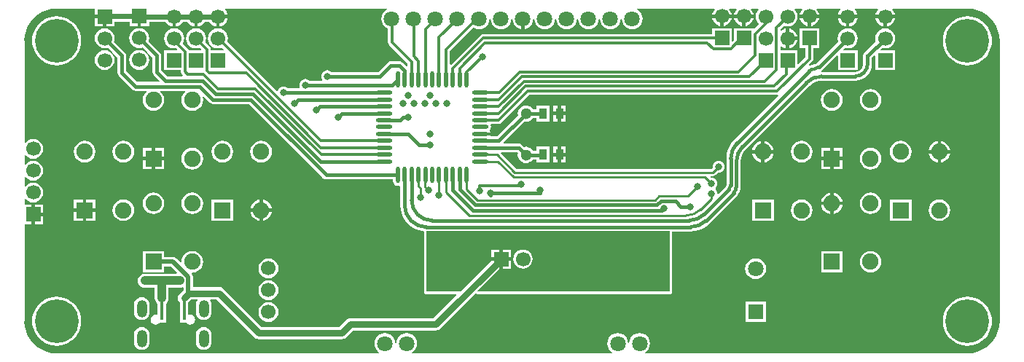
<source format=gtl>
G04*
G04 #@! TF.GenerationSoftware,Altium Limited,Altium Designer,21.9.1 (22)*
G04*
G04 Layer_Physical_Order=1*
G04 Layer_Color=255*
%FSLAX25Y25*%
%MOIN*%
G70*
G04*
G04 #@! TF.SameCoordinates,41BA0B49-DCAA-4547-B712-30F71D3BADEB*
G04*
G04*
G04 #@! TF.FilePolarity,Positive*
G04*
G01*
G75*
%ADD11C,0.01000*%
%ADD30C,0.00965*%
%ADD31C,0.01575*%
%ADD32O,0.07480X0.01772*%
%ADD33O,0.01772X0.07480*%
%ADD34R,0.03500X0.05000*%
%ADD35C,0.07480*%
%ADD36R,0.01500X0.08465*%
%ADD37C,0.01181*%
%ADD38C,0.02362*%
%ADD39C,0.01299*%
%ADD40C,0.03150*%
%ADD41C,0.01496*%
%ADD42C,0.03937*%
%ADD43C,0.01968*%
%ADD44C,0.07087*%
%ADD45R,0.07087X0.07087*%
%ADD46C,0.20000*%
%ADD47C,0.06693*%
%ADD48R,0.06693X0.06693*%
%ADD49C,0.05118*%
%ADD50R,0.07480X0.07480*%
%ADD51O,0.04724X0.07874*%
%ADD52C,0.03150*%
%ADD53C,0.02362*%
G36*
X302771Y148100D02*
X302045Y147154D01*
X301589Y146053D01*
X301433Y144871D01*
X301589Y143689D01*
X302045Y142588D01*
X302771Y141642D01*
X302799Y141207D01*
X300919Y139326D01*
X300528Y139488D01*
Y139488D01*
X300528Y139488D01*
X291473D01*
Y134045D01*
X290989Y133562D01*
X290528Y133754D01*
Y139488D01*
X281472D01*
Y136767D01*
X176705D01*
X176014Y136629D01*
X175428Y136238D01*
X162067Y122878D01*
X161606Y123069D01*
Y129030D01*
X172439Y139864D01*
X172608Y139734D01*
X173757Y139258D01*
X174991Y139095D01*
X176224Y139258D01*
X177373Y139734D01*
X178360Y140491D01*
X179117Y141478D01*
X179593Y142627D01*
X179741Y143745D01*
X180241D01*
X180388Y142627D01*
X180864Y141478D01*
X181621Y140491D01*
X182608Y139734D01*
X183757Y139258D01*
X184991Y139095D01*
X186224Y139258D01*
X187373Y139734D01*
X188360Y140491D01*
X189117Y141478D01*
X189593Y142627D01*
X189741Y143745D01*
X190241D01*
X190388Y142627D01*
X190864Y141478D01*
X191621Y140491D01*
X192608Y139734D01*
X193757Y139258D01*
X194203Y139199D01*
Y143861D01*
X195778D01*
Y139199D01*
X196224Y139258D01*
X197373Y139734D01*
X198360Y140491D01*
X199117Y141478D01*
X199593Y142627D01*
X199741Y143745D01*
X200241D01*
X200388Y142627D01*
X200864Y141478D01*
X201621Y140491D01*
X202608Y139734D01*
X203757Y139258D01*
X204991Y139095D01*
X206224Y139258D01*
X207373Y139734D01*
X208360Y140491D01*
X209117Y141478D01*
X209593Y142627D01*
X209741Y143745D01*
X210241D01*
X210388Y142627D01*
X210864Y141478D01*
X211621Y140491D01*
X212608Y139734D01*
X213757Y139258D01*
X214991Y139095D01*
X216224Y139258D01*
X217373Y139734D01*
X218360Y140491D01*
X219117Y141478D01*
X219593Y142627D01*
X219741Y143745D01*
X220241D01*
X220388Y142627D01*
X220864Y141478D01*
X221621Y140491D01*
X222608Y139734D01*
X223757Y139258D01*
X224991Y139095D01*
X226224Y139258D01*
X227373Y139734D01*
X228360Y140491D01*
X229117Y141478D01*
X229593Y142627D01*
X229741Y143745D01*
X230241D01*
X230388Y142627D01*
X230864Y141478D01*
X231621Y140491D01*
X232608Y139734D01*
X233757Y139258D01*
X234991Y139095D01*
X236224Y139258D01*
X237373Y139734D01*
X238360Y140491D01*
X239117Y141478D01*
X239593Y142627D01*
X239741Y143745D01*
X240241D01*
X240388Y142627D01*
X240864Y141478D01*
X241621Y140491D01*
X242608Y139734D01*
X243757Y139258D01*
X244991Y139095D01*
X246224Y139258D01*
X247373Y139734D01*
X248360Y140491D01*
X249117Y141478D01*
X249593Y142627D01*
X249756Y143861D01*
X249593Y145094D01*
X249117Y146243D01*
X248360Y147230D01*
X247373Y147987D01*
X247185Y148065D01*
X247283Y148556D01*
X282487D01*
X282708Y148107D01*
X282045Y147244D01*
X281589Y146143D01*
X281537Y145748D01*
X290463D01*
X290411Y146143D01*
X289955Y147244D01*
X289292Y148107D01*
X289513Y148556D01*
X292487D01*
X292708Y148107D01*
X292045Y147244D01*
X291589Y146143D01*
X291537Y145748D01*
X300463D01*
X300411Y146143D01*
X299955Y147244D01*
X299292Y148107D01*
X299514Y148556D01*
X302616D01*
X302771Y148100D01*
D02*
G37*
G36*
X400577Y148397D02*
X402829Y147856D01*
X404968Y146969D01*
X406943Y145759D01*
X408704Y144255D01*
X410208Y142494D01*
X411418Y140519D01*
X412305Y138380D01*
X412845Y136128D01*
X413021Y133900D01*
X413004Y133819D01*
Y5472D01*
X413021Y5391D01*
X412845Y3164D01*
X412305Y912D01*
X411418Y-1228D01*
X410208Y-3203D01*
X408704Y-4964D01*
X406943Y-6468D01*
X404968Y-7678D01*
X402829Y-8564D01*
X400577Y-9105D01*
X398348Y-9280D01*
X398268Y-9264D01*
X398268D01*
Y-9264D01*
X398267Y-9264D01*
X251007D01*
X250846Y-8791D01*
X251706Y-8131D01*
X252464Y-7144D01*
X252940Y-5995D01*
X253102Y-4761D01*
X252940Y-3528D01*
X252464Y-2379D01*
X251706Y-1392D01*
X250720Y-635D01*
X249570Y-158D01*
X248337Y4D01*
X247104Y-158D01*
X245954Y-635D01*
X244968Y-1392D01*
X244210Y-2379D01*
X243734Y-3528D01*
X243587Y-4646D01*
X243087D01*
X242940Y-3528D01*
X242464Y-2379D01*
X241706Y-1392D01*
X240720Y-635D01*
X239570Y-158D01*
X238337Y4D01*
X237104Y-158D01*
X235954Y-635D01*
X234967Y-1392D01*
X234210Y-2379D01*
X233734Y-3528D01*
X233572Y-4761D01*
X233734Y-5995D01*
X234210Y-7144D01*
X234967Y-8131D01*
X235828Y-8791D01*
X235667Y-9264D01*
X144472D01*
X144311Y-8791D01*
X145171Y-8131D01*
X145928Y-7144D01*
X146404Y-5995D01*
X146567Y-4761D01*
X146404Y-3528D01*
X145928Y-2379D01*
X145171Y-1392D01*
X144184Y-635D01*
X143035Y-158D01*
X141802Y4D01*
X140568Y-158D01*
X139419Y-635D01*
X138432Y-1392D01*
X137675Y-2379D01*
X137199Y-3528D01*
X137052Y-4646D01*
X136552D01*
X136404Y-3528D01*
X135928Y-2379D01*
X135171Y-1392D01*
X134184Y-635D01*
X133035Y-158D01*
X131802Y4D01*
X130568Y-158D01*
X129419Y-635D01*
X128432Y-1392D01*
X127675Y-2379D01*
X127199Y-3528D01*
X127036Y-4761D01*
X127199Y-5995D01*
X127675Y-7144D01*
X128432Y-8131D01*
X129292Y-8791D01*
X129132Y-9264D01*
X-18267D01*
X-18268Y-9264D01*
Y-9264D01*
X-18268D01*
X-18349Y-9280D01*
X-20577Y-9105D01*
X-22829Y-8564D01*
X-24968Y-7678D01*
X-26943Y-6468D01*
X-28704Y-4964D01*
X-30208Y-3203D01*
X-31418Y-1228D01*
X-32305Y912D01*
X-32845Y3164D01*
X-33021Y5391D01*
X-33004Y5472D01*
Y49803D01*
X-29787D01*
Y54331D01*
Y58858D01*
X-33004D01*
Y61334D01*
X-32531Y61495D01*
X-32229Y61102D01*
X-31283Y60376D01*
X-30182Y59920D01*
X-29000Y59764D01*
X-27818Y59920D01*
X-26717Y60376D01*
X-25771Y61102D01*
X-25045Y62047D01*
X-24589Y63149D01*
X-24433Y64331D01*
X-24589Y65513D01*
X-25045Y66614D01*
X-25771Y67560D01*
X-26717Y68286D01*
X-27818Y68742D01*
X-29000Y68897D01*
X-30182Y68742D01*
X-31283Y68286D01*
X-32229Y67560D01*
X-32531Y67166D01*
X-33004Y67327D01*
Y71334D01*
X-32531Y71495D01*
X-32229Y71102D01*
X-31283Y70376D01*
X-30182Y69920D01*
X-29000Y69764D01*
X-27818Y69920D01*
X-26717Y70376D01*
X-25771Y71102D01*
X-25045Y72047D01*
X-24589Y73149D01*
X-24433Y74331D01*
X-24589Y75513D01*
X-25045Y76614D01*
X-25771Y77560D01*
X-26717Y78285D01*
X-27818Y78742D01*
X-29000Y78897D01*
X-30182Y78742D01*
X-31283Y78285D01*
X-32229Y77560D01*
X-32531Y77166D01*
X-33004Y77327D01*
Y81334D01*
X-32531Y81495D01*
X-32229Y81102D01*
X-31283Y80376D01*
X-30182Y79920D01*
X-29000Y79764D01*
X-27818Y79920D01*
X-26717Y80376D01*
X-25771Y81102D01*
X-25045Y82047D01*
X-24589Y83149D01*
X-24433Y84331D01*
X-24589Y85513D01*
X-25045Y86614D01*
X-25771Y87560D01*
X-26717Y88285D01*
X-27818Y88742D01*
X-29000Y88897D01*
X-30182Y88742D01*
X-31283Y88285D01*
X-32229Y87560D01*
X-32531Y87166D01*
X-33004Y87327D01*
Y133819D01*
X-33021Y133900D01*
X-32845Y136128D01*
X-32305Y138380D01*
X-31418Y140519D01*
X-30208Y142494D01*
X-28704Y144255D01*
X-26943Y145759D01*
X-24968Y146969D01*
X-22829Y147856D01*
X-20577Y148397D01*
X-18349Y148572D01*
X-18268Y148556D01*
X-866D01*
Y145724D01*
X3662D01*
Y144936D01*
X4449D01*
Y140409D01*
X8189D01*
Y142592D01*
X15000D01*
Y140472D01*
X18740D01*
Y145000D01*
X20315D01*
Y140472D01*
X24055D01*
Y142462D01*
X31637D01*
X32267Y141642D01*
X33213Y140916D01*
X34314Y140460D01*
X34709Y140408D01*
Y144871D01*
X36284D01*
Y140408D01*
X36678Y140460D01*
X37780Y140916D01*
X38725Y141642D01*
X39355Y142462D01*
X41638D01*
X42267Y141642D01*
X43213Y140916D01*
X44314Y140460D01*
X44709Y140408D01*
Y144871D01*
X46284D01*
Y140408D01*
X46678Y140460D01*
X47780Y140916D01*
X48725Y141642D01*
X49355Y142462D01*
X51638D01*
X52267Y141642D01*
X53213Y140916D01*
X54314Y140460D01*
X54709Y140408D01*
Y144871D01*
X55496D01*
Y145658D01*
X59959D01*
X59907Y146053D01*
X59451Y147154D01*
X58725Y148100D01*
X58880Y148556D01*
X132699D01*
X132796Y148065D01*
X132608Y147987D01*
X131621Y147230D01*
X130864Y146243D01*
X130388Y145094D01*
X130225Y143861D01*
X130388Y142627D01*
X130864Y141478D01*
X131621Y140491D01*
X132608Y139734D01*
X133194Y139491D01*
Y133043D01*
X133331Y132351D01*
X133723Y131765D01*
X142245Y123243D01*
Y122290D01*
X141783Y122098D01*
X139951Y123930D01*
X139300Y124365D01*
X138532Y124518D01*
X134532D01*
X133764Y124365D01*
X133112Y123930D01*
X128700Y119518D01*
X107443D01*
X106922Y119918D01*
X106251Y120196D01*
X105532Y120291D01*
X104812Y120196D01*
X104142Y119918D01*
X103566Y119477D01*
X103124Y118901D01*
X102847Y118230D01*
X102752Y117511D01*
X102847Y116792D01*
X103124Y116121D01*
X103243Y115967D01*
X103022Y115518D01*
X97443D01*
X96921Y115918D01*
X96251Y116196D01*
X95532Y116291D01*
X94812Y116196D01*
X94142Y115918D01*
X93566Y115477D01*
X93124Y114901D01*
X92847Y114231D01*
X92752Y113511D01*
X92847Y112792D01*
X92988Y112450D01*
X92710Y112035D01*
X87422D01*
X86922Y112418D01*
X86251Y112696D01*
X85532Y112791D01*
X84812Y112696D01*
X84142Y112418D01*
X83566Y111977D01*
X83124Y111401D01*
X82884Y110820D01*
X82393Y110722D01*
X59766Y133349D01*
X59907Y133689D01*
X60063Y134871D01*
X59907Y136053D01*
X59451Y137154D01*
X58725Y138100D01*
X57780Y138826D01*
X56678Y139282D01*
X55496Y139437D01*
X54314Y139282D01*
X53213Y138826D01*
X52267Y138100D01*
X51541Y137154D01*
X51085Y136053D01*
X50930Y134871D01*
X51085Y133689D01*
X51541Y132588D01*
X52267Y131642D01*
X53213Y130916D01*
X54314Y130460D01*
X55496Y130304D01*
X56678Y130460D01*
X57292Y130714D01*
X58146Y129860D01*
X57954Y129398D01*
X52240D01*
Y129808D01*
X52102Y130499D01*
X51710Y131085D01*
X49673Y133123D01*
X49907Y133689D01*
X50063Y134871D01*
X49907Y136053D01*
X49451Y137154D01*
X48725Y138100D01*
X47780Y138826D01*
X46678Y139282D01*
X45496Y139437D01*
X44314Y139282D01*
X43213Y138826D01*
X42267Y138100D01*
X41541Y137154D01*
X41085Y136053D01*
X40930Y134871D01*
X41085Y133689D01*
X41541Y132588D01*
X42267Y131642D01*
X43213Y130916D01*
X44314Y130460D01*
X45496Y130304D01*
X46678Y130460D01*
X47066Y130621D01*
X47826Y129860D01*
X47635Y129398D01*
X42136D01*
X42102Y129567D01*
X41710Y130153D01*
X39375Y132489D01*
X39451Y132588D01*
X39907Y133689D01*
X40063Y134871D01*
X39907Y136053D01*
X39451Y137154D01*
X38725Y138100D01*
X37780Y138826D01*
X36678Y139282D01*
X35496Y139437D01*
X34314Y139282D01*
X33213Y138826D01*
X32267Y138100D01*
X31541Y137154D01*
X31085Y136053D01*
X30930Y134871D01*
X31085Y133689D01*
X31541Y132588D01*
X32267Y131642D01*
X33213Y130916D01*
X34314Y130460D01*
X35496Y130304D01*
X36340Y130415D01*
X36894Y129860D01*
X36703Y129398D01*
X30969D01*
Y120343D01*
X38627D01*
Y119609D01*
X38764Y118918D01*
X39156Y118332D01*
X39508Y117980D01*
X39317Y117518D01*
X32363D01*
X29539Y120342D01*
Y126996D01*
X29386Y127764D01*
X28951Y128415D01*
X23824Y133542D01*
X23939Y133818D01*
X24094Y135000D01*
X23939Y136182D01*
X23483Y137283D01*
X22757Y138229D01*
X21811Y138955D01*
X20710Y139411D01*
X19528Y139567D01*
X18346Y139411D01*
X17244Y138955D01*
X16299Y138229D01*
X15573Y137283D01*
X15117Y136182D01*
X14961Y135000D01*
X15117Y133818D01*
X15573Y132717D01*
X16299Y131771D01*
X17244Y131045D01*
X18346Y130589D01*
X19528Y130433D01*
X20710Y130589D01*
X20986Y130703D01*
X23076Y128613D01*
X22746Y128237D01*
X22746Y128237D01*
X21811Y128955D01*
X20710Y129411D01*
X19528Y129567D01*
X18346Y129411D01*
X17244Y128955D01*
X16299Y128229D01*
X15573Y127283D01*
X15117Y126182D01*
X14961Y125000D01*
X15117Y123818D01*
X15573Y122717D01*
X16299Y121771D01*
X17244Y121045D01*
X18346Y120589D01*
X19528Y120433D01*
X20710Y120589D01*
X21811Y121045D01*
X22757Y121771D01*
X23483Y122717D01*
X23939Y123818D01*
X24094Y125000D01*
X23939Y126182D01*
X23483Y127283D01*
X22765Y128218D01*
X22988Y128414D01*
X23141Y128548D01*
X25525Y126164D01*
Y119511D01*
X25525Y119511D01*
X25525D01*
X25677Y118743D01*
X26112Y118092D01*
X28799Y115405D01*
X28608Y114943D01*
X18568D01*
X13539Y119972D01*
Y127066D01*
X13411Y127707D01*
X13386Y127834D01*
X12951Y128485D01*
X7958Y133478D01*
X8073Y133754D01*
X8228Y134936D01*
X8073Y136118D01*
X7616Y137220D01*
X6891Y138165D01*
X5945Y138891D01*
X4843Y139347D01*
X3662Y139503D01*
X2480Y139347D01*
X1378Y138891D01*
X433Y138165D01*
X-293Y137220D01*
X-750Y136118D01*
X-905Y134936D01*
X-750Y133754D01*
X-293Y132653D01*
X433Y131707D01*
X1378Y130982D01*
X2480Y130525D01*
X3662Y130370D01*
X4843Y130525D01*
X5120Y130640D01*
X7210Y128549D01*
X6880Y128173D01*
X6880Y128173D01*
X5945Y128891D01*
X4843Y129347D01*
X3662Y129503D01*
X2480Y129347D01*
X1378Y128891D01*
X433Y128165D01*
X-293Y127220D01*
X-750Y126118D01*
X-905Y124936D01*
X-750Y123754D01*
X-293Y122653D01*
X433Y121707D01*
X1378Y120982D01*
X2480Y120525D01*
X3662Y120370D01*
X4843Y120525D01*
X5945Y120982D01*
X6891Y121707D01*
X7616Y122653D01*
X8073Y123754D01*
X8228Y124936D01*
X8073Y126118D01*
X7616Y127220D01*
X6899Y128155D01*
X7275Y128485D01*
X9525Y126235D01*
Y119141D01*
X9525Y119141D01*
X9525D01*
X9677Y118373D01*
X10112Y117722D01*
X16317Y111517D01*
X16968Y111082D01*
X17096Y111057D01*
X17736Y110929D01*
X22734D01*
X22895Y110456D01*
X22514Y110163D01*
X21725Y109135D01*
X21229Y107938D01*
X21060Y106654D01*
X21229Y105369D01*
X21725Y104172D01*
X22514Y103144D01*
X23542Y102355D01*
X24739Y101859D01*
X26024Y101690D01*
X27308Y101859D01*
X28506Y102355D01*
X29533Y103144D01*
X30322Y104172D01*
X30818Y105369D01*
X30987Y106654D01*
X30818Y107938D01*
X30322Y109135D01*
X29533Y110163D01*
X29153Y110456D01*
X29313Y110929D01*
X40450D01*
X40611Y110456D01*
X40230Y110163D01*
X39441Y109135D01*
X38946Y107938D01*
X38776Y106654D01*
X38946Y105369D01*
X39441Y104172D01*
X40230Y103144D01*
X41258Y102355D01*
X42456Y101859D01*
X43740Y101690D01*
X45025Y101859D01*
X46222Y102355D01*
X47250Y103144D01*
X48039Y104172D01*
X48535Y105369D01*
X48704Y106654D01*
X48535Y107938D01*
X48508Y108002D01*
X48924Y108280D01*
X51745Y105459D01*
X52397Y105024D01*
X53165Y104871D01*
X69663D01*
X103621Y70913D01*
D01*
X103621D01*
Y70913D01*
D01*
X103621D01*
Y70913D01*
X103621D01*
X103621Y70913D01*
Y70913D01*
X103621Y70913D01*
Y70913D01*
X104272Y70478D01*
X105040Y70325D01*
X135645D01*
Y69478D01*
X135805Y68671D01*
X136262Y67988D01*
X136946Y67531D01*
X137752Y67370D01*
X138508Y67521D01*
X138895Y67204D01*
Y58511D01*
X138897Y58498D01*
X139044Y56633D01*
X139484Y54801D01*
X140205Y53061D01*
X141189Y51454D01*
X142412Y50022D01*
X143845Y48798D01*
X145451Y47814D01*
X147192Y47093D01*
X149023Y46653D01*
X149697Y46600D01*
Y19000D01*
X149789Y18539D01*
X150050Y18148D01*
X150441Y17887D01*
X150902Y17796D01*
X164353D01*
X164544Y17334D01*
X153990Y6780D01*
X116250D01*
X115530Y6685D01*
X114860Y6407D01*
X114284Y5965D01*
X111098Y2780D01*
X75428D01*
X57975Y20233D01*
X57399Y20675D01*
X56729Y20952D01*
X56009Y21047D01*
X44161D01*
Y25637D01*
X43992Y26482D01*
X43514Y27198D01*
X43482Y27231D01*
X43703Y27679D01*
X43740Y27674D01*
X45025Y27843D01*
X46222Y28339D01*
X47250Y29128D01*
X48039Y30156D01*
X48535Y31353D01*
X48704Y32638D01*
X48535Y33923D01*
X48039Y35120D01*
X47250Y36148D01*
X46222Y36937D01*
X45025Y37433D01*
X43740Y37602D01*
X42456Y37433D01*
X41258Y36937D01*
X40230Y36148D01*
X39441Y35120D01*
X38946Y33923D01*
X38776Y32638D01*
X38781Y32601D01*
X38333Y32379D01*
X36513Y34199D01*
X35797Y34678D01*
X34952Y34846D01*
X30945D01*
Y37559D01*
X21102D01*
Y27717D01*
X30945D01*
Y30430D01*
X34038D01*
X36829Y27639D01*
X36638Y27177D01*
X22000D01*
X21178Y27068D01*
X20412Y26751D01*
X19754Y26246D01*
X19249Y25588D01*
X18932Y24822D01*
X18823Y24000D01*
X18932Y23178D01*
X19249Y22412D01*
X19754Y21754D01*
X20412Y21249D01*
X21178Y20932D01*
X22000Y20823D01*
X26587D01*
Y16000D01*
X26695Y15178D01*
X27013Y14412D01*
X27517Y13754D01*
X27797Y13539D01*
Y10039D01*
X27833Y9859D01*
Y8680D01*
X27446Y8363D01*
X27008Y8450D01*
X26125Y8274D01*
X25376Y7774D01*
X24876Y7025D01*
X24700Y6142D01*
X24876Y5259D01*
X25376Y4510D01*
X26125Y4009D01*
X27008Y3834D01*
X27891Y4009D01*
X28640Y4510D01*
X28718Y4626D01*
X31695D01*
Y9860D01*
X31731Y10039D01*
Y13539D01*
X32010Y13754D01*
X32515Y14412D01*
X32832Y15178D01*
X32941Y16000D01*
Y20823D01*
X38000D01*
X38822Y20932D01*
X39329Y21141D01*
X39745Y20864D01*
Y19666D01*
X38035Y17955D01*
X37593Y17379D01*
X37315Y16709D01*
X37220Y15990D01*
X37315Y15270D01*
X37593Y14600D01*
X38035Y14024D01*
X38069Y13997D01*
Y4626D01*
X41046D01*
X41124Y4510D01*
X41873Y4009D01*
X42756Y3834D01*
X43639Y4009D01*
X44388Y4510D01*
X44888Y5259D01*
X45064Y6142D01*
X44888Y7025D01*
X44388Y7774D01*
X43639Y8274D01*
X42756Y8450D01*
X42318Y8363D01*
X41931Y8680D01*
Y13998D01*
X41966Y14024D01*
X43429Y15488D01*
X46059D01*
X46281Y15039D01*
X45960Y14622D01*
X45603Y13760D01*
X45481Y12835D01*
Y9685D01*
X45603Y8760D01*
X45960Y7898D01*
X46528Y7158D01*
X47268Y6590D01*
X48130Y6233D01*
X49055Y6111D01*
X49980Y6233D01*
X50842Y6590D01*
X51582Y7158D01*
X52150Y7898D01*
X52507Y8760D01*
X52629Y9685D01*
Y12835D01*
X52507Y13760D01*
X52150Y14622D01*
X51830Y15039D01*
X52051Y15488D01*
X54858D01*
X72311Y-1966D01*
X72887Y-2407D01*
X73557Y-2685D01*
X74277Y-2780D01*
X112250D01*
X112969Y-2685D01*
X113640Y-2407D01*
X114215Y-1966D01*
X114215Y-1966D01*
X114215Y-1966D01*
X117401Y1220D01*
X155142D01*
X155861Y1315D01*
X156532Y1593D01*
X157107Y2035D01*
X157107Y2035D01*
X157107Y2035D01*
X172426Y17353D01*
X173616Y18148D01*
X173813Y18017D01*
X174007Y17887D01*
X174315Y17826D01*
X174468Y17796D01*
X262000D01*
X262461Y17887D01*
X262852Y18148D01*
X263113Y18539D01*
X263204Y19000D01*
Y46504D01*
X271608D01*
X271621Y46507D01*
X273486Y46653D01*
X275318Y47093D01*
X277059Y47814D01*
X278665Y48798D01*
X280088Y50014D01*
X280099Y50021D01*
X292694Y62616D01*
X292722Y62634D01*
Y62634D01*
Y62644D01*
X292887Y62809D01*
X293027Y63019D01*
X293516Y63614D01*
X294110Y64726D01*
X294476Y65932D01*
X294592Y67111D01*
X294607Y67187D01*
Y78437D01*
X294589Y78529D01*
X294734Y80002D01*
X295190Y81507D01*
X295932Y82893D01*
X296871Y84037D01*
X296948Y84089D01*
X326022Y113163D01*
X326074Y113240D01*
X327218Y114180D01*
X328605Y114921D01*
X330109Y115377D01*
X331582Y115522D01*
X331674Y115504D01*
X346850D01*
X346860Y115506D01*
X348373Y115655D01*
X349837Y116099D01*
X351186Y116820D01*
X352369Y117791D01*
X353340Y118974D01*
X354061Y120323D01*
X354505Y121787D01*
X354654Y123300D01*
X354656Y123310D01*
Y126024D01*
X355675Y127043D01*
X356137Y126852D01*
Y120343D01*
X365192D01*
Y129398D01*
X358683D01*
X358492Y129860D01*
X359206Y130574D01*
X359482Y130460D01*
X360664Y130304D01*
X361846Y130460D01*
X362948Y130916D01*
X363893Y131642D01*
X364619Y132588D01*
X365075Y133689D01*
X365231Y134871D01*
X365075Y136053D01*
X364619Y137154D01*
X363893Y138100D01*
X362948Y138826D01*
X361846Y139282D01*
X360664Y139437D01*
X359482Y139282D01*
X358381Y138826D01*
X357435Y138100D01*
X356709Y137154D01*
X356253Y136053D01*
X356098Y134871D01*
X356253Y133689D01*
X356368Y133413D01*
X351230Y128275D01*
X351222Y128283D01*
X351220Y128281D01*
X351228Y128273D01*
X350794Y127623D01*
X350641Y126855D01*
X350642Y126850D01*
Y123310D01*
X350655Y123245D01*
X350533Y122323D01*
X350152Y121403D01*
X349546Y120614D01*
X348757Y120008D01*
X347837Y119627D01*
X346915Y119505D01*
X346850Y119518D01*
X331674D01*
X331661Y119516D01*
X331545Y119506D01*
X331366Y119973D01*
X331835Y120333D01*
X331834Y120334D01*
X331834Y120334D01*
X338542Y127043D01*
X339004Y126852D01*
Y120343D01*
X348059D01*
Y129398D01*
X341551D01*
X341359Y129860D01*
X342073Y130574D01*
X342350Y130460D01*
X343532Y130304D01*
X344714Y130460D01*
X345815Y130916D01*
X346761Y131642D01*
X347486Y132588D01*
X347943Y133689D01*
X348098Y134871D01*
X347943Y136053D01*
X347486Y137154D01*
X346761Y138100D01*
X345815Y138826D01*
X344714Y139282D01*
X343532Y139437D01*
X342350Y139282D01*
X341248Y138826D01*
X340303Y138100D01*
X339577Y137154D01*
X339121Y136053D01*
X338965Y134871D01*
X339121Y133689D01*
X339235Y133413D01*
X328995Y123173D01*
X328992Y123168D01*
X328769Y123019D01*
X328561Y122978D01*
X328500Y122978D01*
Y122978D01*
X327029Y122784D01*
X326055Y122381D01*
X325777Y122796D01*
X327277Y124297D01*
X327669Y124883D01*
X327806Y125574D01*
X327806Y125574D01*
X327806Y125574D01*
Y125574D01*
Y130433D01*
X330528D01*
Y139488D01*
X321473D01*
Y130433D01*
X324194D01*
Y126322D01*
X320989Y123118D01*
X320528Y123310D01*
Y129398D01*
X312743D01*
Y131098D01*
X313192Y131319D01*
X313717Y130916D01*
X314818Y130460D01*
X315213Y130408D01*
Y134871D01*
Y139334D01*
X314818Y139282D01*
X313717Y138826D01*
X313192Y138423D01*
X312850Y138592D01*
X312769Y139085D01*
X314341Y140657D01*
X314818Y140460D01*
X316000Y140304D01*
X317182Y140460D01*
X318283Y140916D01*
X319229Y141642D01*
X319955Y142588D01*
X320411Y143689D01*
X320567Y144871D01*
X320411Y146053D01*
X319955Y147154D01*
X319229Y148100D01*
X319384Y148556D01*
X322486D01*
X322708Y148107D01*
X322045Y147244D01*
X321589Y146143D01*
X321537Y145748D01*
X330463D01*
X330411Y146143D01*
X329955Y147244D01*
X329292Y148107D01*
X329514Y148556D01*
X340148D01*
X340303Y148100D01*
X339577Y147154D01*
X339121Y146053D01*
X339069Y145658D01*
X347995D01*
X347943Y146053D01*
X347486Y147154D01*
X346761Y148100D01*
X346916Y148556D01*
X357280D01*
X357435Y148100D01*
X356709Y147154D01*
X356253Y146053D01*
X356201Y145658D01*
X365127D01*
X365075Y146053D01*
X364619Y147154D01*
X363893Y148100D01*
X364048Y148556D01*
X398268D01*
X398349Y148572D01*
X400577Y148397D01*
D02*
G37*
G36*
X311789Y108607D02*
X291535Y88353D01*
X291528Y88342D01*
X290313Y86919D01*
X289328Y85313D01*
X288607Y83572D01*
X288168Y81741D01*
X288021Y79875D01*
X288018Y79862D01*
Y67725D01*
X288022Y67706D01*
X287950Y67345D01*
X287746Y67040D01*
X287730Y67029D01*
X284447Y63746D01*
X283973Y63907D01*
X283885Y64578D01*
X283607Y65248D01*
X283166Y65824D01*
X283119Y65860D01*
Y66360D01*
X283166Y66395D01*
X283607Y66971D01*
X283885Y67641D01*
X283980Y68361D01*
X283885Y69080D01*
X283607Y69750D01*
X283166Y70326D01*
X282590Y70768D01*
X281920Y71046D01*
X281200Y71140D01*
X280974Y71111D01*
X280670Y71507D01*
X280797Y71815D01*
X281950D01*
X282599Y71944D01*
X283150Y72312D01*
X283150Y72312D01*
X283150Y72312D01*
X284163Y73325D01*
X284500Y73281D01*
X285220Y73376D01*
X285890Y73653D01*
X286466Y74095D01*
X286907Y74671D01*
X287185Y75341D01*
X287280Y76061D01*
X287185Y76780D01*
X286907Y77451D01*
X286466Y78026D01*
X285890Y78468D01*
X285220Y78746D01*
X284500Y78840D01*
X283781Y78746D01*
X283110Y78468D01*
X282535Y78026D01*
X282093Y77451D01*
X281815Y76780D01*
X281720Y76061D01*
X281765Y75724D01*
X281248Y75207D01*
X192000D01*
X184845Y82362D01*
X185037Y82823D01*
X192232D01*
X192668Y82388D01*
X192559Y81562D01*
X192688Y80586D01*
X193065Y79676D01*
X193664Y78895D01*
X194445Y78295D01*
X195355Y77918D01*
X196332Y77790D01*
X197308Y77918D01*
X198218Y78295D01*
X198999Y78895D01*
X199506Y79555D01*
X201261D01*
Y78030D01*
X207123D01*
Y85392D01*
X201261D01*
Y83569D01*
X199506D01*
X198999Y84230D01*
X198218Y84829D01*
X197308Y85206D01*
X196332Y85335D01*
X195506Y85226D01*
X194483Y86250D01*
X193831Y86685D01*
X193063Y86838D01*
X186201D01*
X186010Y87300D01*
X195506Y96796D01*
X196332Y96687D01*
X197308Y96816D01*
X198218Y97193D01*
X198999Y97792D01*
X199506Y98453D01*
X201261D01*
Y96898D01*
X207123D01*
Y104260D01*
X201261D01*
Y102467D01*
X199506D01*
X198999Y103127D01*
X198218Y103727D01*
X197308Y104104D01*
X196332Y104232D01*
X195355Y104104D01*
X194445Y103727D01*
X193664Y103127D01*
X193065Y102346D01*
X192688Y101436D01*
X192559Y100460D01*
X192668Y99634D01*
X183021Y89987D01*
X180576D01*
X180284Y90342D01*
X175447D01*
Y91917D01*
X180252D01*
X180248Y91936D01*
X179792Y92620D01*
Y92789D01*
X180248Y93473D01*
X180409Y94279D01*
X180248Y95086D01*
X180184Y95182D01*
X180420Y95623D01*
X183788D01*
X184479Y95760D01*
X185065Y96152D01*
X197894Y108980D01*
X311213D01*
X311554Y109048D01*
X311789Y108607D01*
D02*
G37*
G36*
X262000Y19000D02*
X174468D01*
X174276Y19462D01*
X184213Y29398D01*
Y33071D01*
X180540D01*
X166469Y19000D01*
X150902D01*
Y46687D01*
Y46689D01*
X262000D01*
Y19000D01*
D02*
G37*
%LPC*%
G36*
X300463Y144173D02*
X296787D01*
Y140498D01*
X297182Y140550D01*
X298283Y141006D01*
X299229Y141732D01*
X299955Y142677D01*
X300411Y143779D01*
X300463Y144173D01*
D02*
G37*
G36*
X295213D02*
X291537D01*
X291589Y143779D01*
X292045Y142677D01*
X292771Y141732D01*
X293717Y141006D01*
X294818Y140550D01*
X295213Y140498D01*
Y144173D01*
D02*
G37*
G36*
X290463D02*
X286787D01*
Y140498D01*
X287182Y140550D01*
X288283Y141006D01*
X289229Y141732D01*
X289955Y142677D01*
X290411Y143779D01*
X290463Y144173D01*
D02*
G37*
G36*
X285213D02*
X281537D01*
X281589Y143779D01*
X282045Y142677D01*
X282771Y141732D01*
X283717Y141006D01*
X284818Y140550D01*
X285213Y140498D01*
Y144173D01*
D02*
G37*
G36*
X330463D02*
X326787D01*
Y140498D01*
X327182Y140550D01*
X328283Y141006D01*
X329229Y141732D01*
X329955Y142677D01*
X330411Y143779D01*
X330463Y144173D01*
D02*
G37*
G36*
X325213D02*
X321537D01*
X321589Y143779D01*
X322045Y142677D01*
X322771Y141732D01*
X323717Y141006D01*
X324818Y140550D01*
X325213Y140498D01*
Y144173D01*
D02*
G37*
G36*
X2874Y144149D02*
X-866D01*
Y140409D01*
X2874D01*
Y144149D01*
D02*
G37*
G36*
X365127Y144083D02*
X361452D01*
Y140408D01*
X361846Y140460D01*
X362948Y140916D01*
X363893Y141642D01*
X364619Y142588D01*
X365075Y143689D01*
X365127Y144083D01*
D02*
G37*
G36*
X359877D02*
X356201D01*
X356253Y143689D01*
X356709Y142588D01*
X357435Y141642D01*
X358381Y140916D01*
X359482Y140460D01*
X359877Y140408D01*
Y144083D01*
D02*
G37*
G36*
X347995D02*
X344319D01*
Y140408D01*
X344714Y140460D01*
X345815Y140916D01*
X346761Y141642D01*
X347486Y142588D01*
X347943Y143689D01*
X347995Y144083D01*
D02*
G37*
G36*
X342744D02*
X339069D01*
X339121Y143689D01*
X339577Y142588D01*
X340303Y141642D01*
X341248Y140916D01*
X342350Y140460D01*
X342744Y140408D01*
Y144083D01*
D02*
G37*
G36*
X59959D02*
X56284D01*
Y140408D01*
X56678Y140460D01*
X57780Y140916D01*
X58725Y141642D01*
X59451Y142588D01*
X59907Y143689D01*
X59959Y144083D01*
D02*
G37*
G36*
X316787Y139334D02*
Y135658D01*
X320463D01*
X320411Y136053D01*
X319955Y137154D01*
X319229Y138100D01*
X318283Y138826D01*
X317182Y139282D01*
X316787Y139334D01*
D02*
G37*
G36*
X320463Y134083D02*
X316787D01*
Y130408D01*
X317182Y130460D01*
X318283Y130916D01*
X319229Y131642D01*
X319955Y132588D01*
X320411Y133689D01*
X320463Y134083D01*
D02*
G37*
G36*
X398268Y145035D02*
X396513Y144896D01*
X394802Y144486D01*
X393176Y143812D01*
X391675Y142893D01*
X390337Y141750D01*
X389194Y140411D01*
X388275Y138911D01*
X387601Y137285D01*
X387190Y135573D01*
X387052Y133819D01*
X387190Y132064D01*
X387601Y130353D01*
X388275Y128727D01*
X389194Y127226D01*
X390337Y125888D01*
X391675Y124745D01*
X393176Y123826D01*
X394802Y123152D01*
X396513Y122741D01*
X398268Y122603D01*
X400022Y122741D01*
X401734Y123152D01*
X403360Y123826D01*
X404860Y124745D01*
X406199Y125888D01*
X407341Y127226D01*
X408261Y128727D01*
X408935Y130353D01*
X409345Y132064D01*
X409483Y133819D01*
X409345Y135573D01*
X408935Y137285D01*
X408261Y138911D01*
X407341Y140411D01*
X406199Y141750D01*
X404860Y142893D01*
X403360Y143812D01*
X401734Y144486D01*
X400022Y144896D01*
X398268Y145035D01*
D02*
G37*
G36*
X-18268D02*
X-20022Y144896D01*
X-21734Y144486D01*
X-23360Y143812D01*
X-24860Y142893D01*
X-26199Y141750D01*
X-27341Y140411D01*
X-28261Y138911D01*
X-28934Y137285D01*
X-29345Y135573D01*
X-29483Y133819D01*
X-29345Y132064D01*
X-28934Y130353D01*
X-28261Y128727D01*
X-27341Y127226D01*
X-26199Y125888D01*
X-24860Y124745D01*
X-23360Y123826D01*
X-21734Y123152D01*
X-20022Y122741D01*
X-18268Y122603D01*
X-16513Y122741D01*
X-14802Y123152D01*
X-13176Y123826D01*
X-11675Y124745D01*
X-10337Y125888D01*
X-9194Y127226D01*
X-8275Y128727D01*
X-7601Y130353D01*
X-7190Y132064D01*
X-7052Y133819D01*
X-7190Y135573D01*
X-7601Y137285D01*
X-8275Y138911D01*
X-9194Y140411D01*
X-10337Y141750D01*
X-11675Y142893D01*
X-13176Y143812D01*
X-14802Y144486D01*
X-16513Y144896D01*
X-18268Y145035D01*
D02*
G37*
G36*
X353976Y111617D02*
X352692Y111448D01*
X351495Y110952D01*
X350466Y110163D01*
X349678Y109135D01*
X349182Y107938D01*
X349013Y106654D01*
X349182Y105369D01*
X349678Y104172D01*
X350466Y103144D01*
X351495Y102355D01*
X352692Y101859D01*
X353976Y101690D01*
X355261Y101859D01*
X356458Y102355D01*
X357486Y103144D01*
X358275Y104172D01*
X358771Y105369D01*
X358940Y106654D01*
X358771Y107938D01*
X358275Y109135D01*
X357486Y110163D01*
X356458Y110952D01*
X355261Y111448D01*
X353976Y111617D01*
D02*
G37*
G36*
X336260D02*
X334975Y111448D01*
X333778Y110952D01*
X332750Y110163D01*
X331961Y109135D01*
X331465Y107938D01*
X331296Y106654D01*
X331465Y105369D01*
X331961Y104172D01*
X332750Y103144D01*
X333778Y102355D01*
X334975Y101859D01*
X336260Y101690D01*
X337544Y101859D01*
X338742Y102355D01*
X339770Y103144D01*
X340559Y104172D01*
X341054Y105369D01*
X341224Y106654D01*
X341054Y107938D01*
X340559Y109135D01*
X339770Y110163D01*
X338742Y110952D01*
X337544Y111448D01*
X336260Y111617D01*
D02*
G37*
G36*
X386260Y87892D02*
Y83819D01*
X390333D01*
X390267Y84316D01*
X389771Y85513D01*
X388982Y86541D01*
X387954Y87330D01*
X386757Y87826D01*
X386260Y87892D01*
D02*
G37*
G36*
X384685D02*
X384188Y87826D01*
X382991Y87330D01*
X381962Y86541D01*
X381174Y85513D01*
X380678Y84316D01*
X380612Y83819D01*
X384685D01*
Y87892D01*
D02*
G37*
G36*
X305551D02*
Y83819D01*
X309624D01*
X309558Y84316D01*
X309063Y85513D01*
X308274Y86541D01*
X307246Y87330D01*
X306048Y87826D01*
X305551Y87892D01*
D02*
G37*
G36*
X303976D02*
X303479Y87826D01*
X302282Y87330D01*
X301254Y86541D01*
X300465Y85513D01*
X299969Y84316D01*
X299904Y83819D01*
X303976D01*
Y87892D01*
D02*
G37*
G36*
X341181Y84803D02*
X337047D01*
Y80669D01*
X341181D01*
Y84803D01*
D02*
G37*
G36*
X335472D02*
X331339D01*
Y80669D01*
X335472D01*
Y84803D01*
D02*
G37*
G36*
X30945D02*
X26811D01*
Y80669D01*
X30945D01*
Y84803D01*
D02*
G37*
G36*
X25236D02*
X21102D01*
Y80669D01*
X25236D01*
Y84803D01*
D02*
G37*
G36*
X390333Y82244D02*
X386260D01*
Y78171D01*
X386757Y78237D01*
X387954Y78733D01*
X388982Y79522D01*
X389771Y80550D01*
X390267Y81747D01*
X390333Y82244D01*
D02*
G37*
G36*
X384685D02*
X380612D01*
X380678Y81747D01*
X381174Y80550D01*
X381962Y79522D01*
X382991Y78733D01*
X384188Y78237D01*
X384685Y78171D01*
Y82244D01*
D02*
G37*
G36*
X309624D02*
X305551D01*
Y78171D01*
X306048Y78237D01*
X307246Y78733D01*
X308274Y79522D01*
X309063Y80550D01*
X309558Y81747D01*
X309624Y82244D01*
D02*
G37*
G36*
X303976D02*
X299904D01*
X299969Y81747D01*
X300465Y80550D01*
X301254Y79522D01*
X302282Y78733D01*
X303479Y78237D01*
X303976Y78171D01*
Y82244D01*
D02*
G37*
G36*
X367756Y87995D02*
X366471Y87826D01*
X365274Y87330D01*
X364246Y86541D01*
X363457Y85513D01*
X362961Y84316D01*
X362792Y83031D01*
X362961Y81747D01*
X363457Y80550D01*
X364246Y79522D01*
X365274Y78733D01*
X366471Y78237D01*
X367756Y78068D01*
X369041Y78237D01*
X370238Y78733D01*
X371266Y79522D01*
X372055Y80550D01*
X372551Y81747D01*
X372720Y83031D01*
X372551Y84316D01*
X372055Y85513D01*
X371266Y86541D01*
X370238Y87330D01*
X369041Y87826D01*
X367756Y87995D01*
D02*
G37*
G36*
X322480D02*
X321196Y87826D01*
X319999Y87330D01*
X318970Y86541D01*
X318182Y85513D01*
X317686Y84316D01*
X317517Y83031D01*
X317686Y81747D01*
X318182Y80550D01*
X318970Y79522D01*
X319999Y78733D01*
X321196Y78237D01*
X322480Y78068D01*
X323765Y78237D01*
X324962Y78733D01*
X325990Y79522D01*
X326779Y80550D01*
X327275Y81747D01*
X327444Y83031D01*
X327275Y84316D01*
X326779Y85513D01*
X325990Y86541D01*
X324962Y87330D01*
X323765Y87826D01*
X322480Y87995D01*
D02*
G37*
G36*
X75236D02*
X73952Y87826D01*
X72754Y87330D01*
X71726Y86541D01*
X70938Y85513D01*
X70442Y84316D01*
X70272Y83031D01*
X70442Y81747D01*
X70938Y80550D01*
X71726Y79522D01*
X72754Y78733D01*
X73952Y78237D01*
X75236Y78068D01*
X76521Y78237D01*
X77718Y78733D01*
X78746Y79522D01*
X79535Y80550D01*
X80031Y81747D01*
X80200Y83031D01*
X80031Y84316D01*
X79535Y85513D01*
X78746Y86541D01*
X77718Y87330D01*
X76521Y87826D01*
X75236Y87995D01*
D02*
G37*
G36*
X57520D02*
X56235Y87826D01*
X55038Y87330D01*
X54010Y86541D01*
X53221Y85513D01*
X52725Y84316D01*
X52556Y83031D01*
X52725Y81747D01*
X53221Y80550D01*
X54010Y79522D01*
X55038Y78733D01*
X56235Y78237D01*
X57520Y78068D01*
X58804Y78237D01*
X60001Y78733D01*
X61029Y79522D01*
X61818Y80550D01*
X62314Y81747D01*
X62483Y83031D01*
X62314Y84316D01*
X61818Y85513D01*
X61029Y86541D01*
X60001Y87330D01*
X58804Y87826D01*
X57520Y87995D01*
D02*
G37*
G36*
X12244D02*
X10959Y87826D01*
X9762Y87330D01*
X8734Y86541D01*
X7945Y85513D01*
X7449Y84316D01*
X7280Y83031D01*
X7449Y81747D01*
X7945Y80550D01*
X8734Y79522D01*
X9762Y78733D01*
X10959Y78237D01*
X12244Y78068D01*
X13529Y78237D01*
X14726Y78733D01*
X15754Y79522D01*
X16543Y80550D01*
X17039Y81747D01*
X17208Y83031D01*
X17039Y84316D01*
X16543Y85513D01*
X15754Y86541D01*
X14726Y87330D01*
X13529Y87826D01*
X12244Y87995D01*
D02*
G37*
G36*
X-5472D02*
X-6757Y87826D01*
X-7954Y87330D01*
X-8982Y86541D01*
X-9771Y85513D01*
X-10267Y84316D01*
X-10436Y83031D01*
X-10267Y81747D01*
X-9771Y80550D01*
X-8982Y79522D01*
X-7954Y78733D01*
X-6757Y78237D01*
X-5472Y78068D01*
X-4188Y78237D01*
X-2991Y78733D01*
X-1963Y79522D01*
X-1174Y80550D01*
X-678Y81747D01*
X-509Y83031D01*
X-678Y84316D01*
X-1174Y85513D01*
X-1963Y86541D01*
X-2991Y87330D01*
X-4188Y87826D01*
X-5472Y87995D01*
D02*
G37*
G36*
X341181Y79094D02*
X337047D01*
Y74961D01*
X341181D01*
Y79094D01*
D02*
G37*
G36*
X335472D02*
X331339D01*
Y74961D01*
X335472D01*
Y79094D01*
D02*
G37*
G36*
X30945D02*
X26811D01*
Y74961D01*
X30945D01*
Y79094D01*
D02*
G37*
G36*
X25236D02*
X21102D01*
Y74961D01*
X25236D01*
Y79094D01*
D02*
G37*
G36*
X353976Y84846D02*
X352692Y84676D01*
X351495Y84181D01*
X350466Y83392D01*
X349678Y82364D01*
X349182Y81167D01*
X349013Y79882D01*
X349182Y78597D01*
X349678Y77400D01*
X350466Y76372D01*
X351495Y75583D01*
X352692Y75087D01*
X353976Y74918D01*
X355261Y75087D01*
X356458Y75583D01*
X357486Y76372D01*
X358275Y77400D01*
X358771Y78597D01*
X358940Y79882D01*
X358771Y81167D01*
X358275Y82364D01*
X357486Y83392D01*
X356458Y84181D01*
X355261Y84676D01*
X353976Y84846D01*
D02*
G37*
G36*
X43740D02*
X42456Y84676D01*
X41258Y84181D01*
X40230Y83392D01*
X39441Y82364D01*
X38946Y81167D01*
X38776Y79882D01*
X38946Y78597D01*
X39441Y77400D01*
X40230Y76372D01*
X41258Y75583D01*
X42456Y75087D01*
X43740Y74918D01*
X45025Y75087D01*
X46222Y75583D01*
X47250Y76372D01*
X48039Y77400D01*
X48535Y78597D01*
X48704Y79882D01*
X48535Y81167D01*
X48039Y82364D01*
X47250Y83392D01*
X46222Y84181D01*
X45025Y84676D01*
X43740Y84846D01*
D02*
G37*
G36*
X337047Y64270D02*
Y60197D01*
X341120D01*
X341054Y60694D01*
X340559Y61891D01*
X339770Y62919D01*
X338742Y63708D01*
X337544Y64204D01*
X337047Y64270D01*
D02*
G37*
G36*
X335472D02*
X334975Y64204D01*
X333778Y63708D01*
X332750Y62919D01*
X331961Y61891D01*
X331465Y60694D01*
X331400Y60197D01*
X335472D01*
Y64270D01*
D02*
G37*
G36*
X76024Y61120D02*
Y57047D01*
X80096D01*
X80031Y57545D01*
X79535Y58742D01*
X78746Y59770D01*
X77718Y60559D01*
X76521Y61054D01*
X76024Y61120D01*
D02*
G37*
G36*
X74449D02*
X73952Y61054D01*
X72754Y60559D01*
X71726Y59770D01*
X70938Y58742D01*
X70442Y57545D01*
X70376Y57047D01*
X74449D01*
Y61120D01*
D02*
G37*
G36*
X-551Y61181D02*
X-4685D01*
Y57047D01*
X-551D01*
Y61181D01*
D02*
G37*
G36*
X-6260D02*
X-10394D01*
Y57047D01*
X-6260D01*
Y61181D01*
D02*
G37*
G36*
X-24472Y58858D02*
X-28213D01*
Y55118D01*
X-24472D01*
Y58858D01*
D02*
G37*
G36*
X341120Y58622D02*
X337047D01*
Y54549D01*
X337544Y54615D01*
X338742Y55111D01*
X339770Y55900D01*
X340559Y56928D01*
X341054Y58125D01*
X341120Y58622D01*
D02*
G37*
G36*
X335472D02*
X331400D01*
X331465Y58125D01*
X331961Y56928D01*
X332750Y55900D01*
X333778Y55111D01*
X334975Y54615D01*
X335472Y54549D01*
Y58622D01*
D02*
G37*
G36*
X353976Y64373D02*
X352692Y64204D01*
X351495Y63708D01*
X350466Y62919D01*
X349678Y61891D01*
X349182Y60694D01*
X349013Y59409D01*
X349182Y58125D01*
X349678Y56928D01*
X350466Y55900D01*
X351495Y55111D01*
X352692Y54615D01*
X353976Y54446D01*
X355261Y54615D01*
X356458Y55111D01*
X357486Y55900D01*
X358275Y56928D01*
X358771Y58125D01*
X358940Y59409D01*
X358771Y60694D01*
X358275Y61891D01*
X357486Y62919D01*
X356458Y63708D01*
X355261Y64204D01*
X353976Y64373D01*
D02*
G37*
G36*
X43740D02*
X42456Y64204D01*
X41258Y63708D01*
X40230Y62919D01*
X39441Y61891D01*
X38946Y60694D01*
X38776Y59409D01*
X38946Y58125D01*
X39441Y56928D01*
X40230Y55900D01*
X41258Y55111D01*
X42456Y54615D01*
X43740Y54446D01*
X45025Y54615D01*
X46222Y55111D01*
X47250Y55900D01*
X48039Y56928D01*
X48535Y58125D01*
X48704Y59409D01*
X48535Y60694D01*
X48039Y61891D01*
X47250Y62919D01*
X46222Y63708D01*
X45025Y64204D01*
X43740Y64373D01*
D02*
G37*
G36*
X26024D02*
X24739Y64204D01*
X23542Y63708D01*
X22514Y62919D01*
X21725Y61891D01*
X21229Y60694D01*
X21060Y59409D01*
X21229Y58125D01*
X21725Y56928D01*
X22514Y55900D01*
X23542Y55111D01*
X24739Y54615D01*
X26024Y54446D01*
X27308Y54615D01*
X28506Y55111D01*
X29533Y55900D01*
X30322Y56928D01*
X30818Y58125D01*
X30987Y59409D01*
X30818Y60694D01*
X30322Y61891D01*
X29533Y62919D01*
X28506Y63708D01*
X27308Y64204D01*
X26024Y64373D01*
D02*
G37*
G36*
X80096Y55472D02*
X76024D01*
Y51400D01*
X76521Y51465D01*
X77718Y51961D01*
X78746Y52750D01*
X79535Y53778D01*
X80031Y54975D01*
X80096Y55472D01*
D02*
G37*
G36*
X74449D02*
X70376D01*
X70442Y54975D01*
X70938Y53778D01*
X71726Y52750D01*
X72754Y51961D01*
X73952Y51465D01*
X74449Y51400D01*
Y55472D01*
D02*
G37*
G36*
X372677Y61181D02*
X362835D01*
Y51339D01*
X372677D01*
Y61181D01*
D02*
G37*
G36*
X309685D02*
X299843D01*
Y51339D01*
X309685D01*
Y61181D01*
D02*
G37*
G36*
X62441D02*
X52598D01*
Y51339D01*
X62441D01*
Y61181D01*
D02*
G37*
G36*
X-551Y55472D02*
X-4685D01*
Y51339D01*
X-551D01*
Y55472D01*
D02*
G37*
G36*
X-6260D02*
X-10394D01*
Y51339D01*
X-6260D01*
Y55472D01*
D02*
G37*
G36*
X385472Y61224D02*
X384188Y61054D01*
X382991Y60559D01*
X381962Y59770D01*
X381174Y58742D01*
X380678Y57545D01*
X380509Y56260D01*
X380678Y54975D01*
X381174Y53778D01*
X381962Y52750D01*
X382991Y51961D01*
X384188Y51465D01*
X385472Y51296D01*
X386757Y51465D01*
X387954Y51961D01*
X388982Y52750D01*
X389771Y53778D01*
X390267Y54975D01*
X390436Y56260D01*
X390267Y57545D01*
X389771Y58742D01*
X388982Y59770D01*
X387954Y60559D01*
X386757Y61054D01*
X385472Y61224D01*
D02*
G37*
G36*
X322480D02*
X321196Y61054D01*
X319999Y60559D01*
X318970Y59770D01*
X318182Y58742D01*
X317686Y57545D01*
X317517Y56260D01*
X317686Y54975D01*
X318182Y53778D01*
X318970Y52750D01*
X319999Y51961D01*
X321196Y51465D01*
X322480Y51296D01*
X323765Y51465D01*
X324962Y51961D01*
X325990Y52750D01*
X326779Y53778D01*
X327275Y54975D01*
X327444Y56260D01*
X327275Y57545D01*
X326779Y58742D01*
X325990Y59770D01*
X324962Y60559D01*
X323765Y61054D01*
X322480Y61224D01*
D02*
G37*
G36*
X12244D02*
X10959Y61054D01*
X9762Y60559D01*
X8734Y59770D01*
X7945Y58742D01*
X7449Y57545D01*
X7280Y56260D01*
X7449Y54975D01*
X7945Y53778D01*
X8734Y52750D01*
X9762Y51961D01*
X10959Y51465D01*
X12244Y51296D01*
X13529Y51465D01*
X14726Y51961D01*
X15754Y52750D01*
X16543Y53778D01*
X17039Y54975D01*
X17208Y56260D01*
X17039Y57545D01*
X16543Y58742D01*
X15754Y59770D01*
X14726Y60559D01*
X13529Y61054D01*
X12244Y61224D01*
D02*
G37*
G36*
X-24472Y53543D02*
X-28213D01*
Y49803D01*
X-24472D01*
Y53543D01*
D02*
G37*
G36*
X341181Y37559D02*
X331339D01*
Y27717D01*
X341181D01*
Y37559D01*
D02*
G37*
G36*
X353976Y37602D02*
X352692Y37433D01*
X351495Y36937D01*
X350466Y36148D01*
X349678Y35120D01*
X349182Y33923D01*
X349013Y32638D01*
X349182Y31353D01*
X349678Y30156D01*
X350466Y29128D01*
X351495Y28339D01*
X352692Y27843D01*
X353976Y27674D01*
X355261Y27843D01*
X356458Y28339D01*
X357486Y29128D01*
X358275Y30156D01*
X358771Y31353D01*
X358940Y32638D01*
X358771Y33923D01*
X358275Y35120D01*
X357486Y36148D01*
X356458Y36937D01*
X355261Y37433D01*
X353976Y37602D01*
D02*
G37*
G36*
X78583Y34212D02*
X77401Y34057D01*
X76299Y33601D01*
X75353Y32875D01*
X74628Y31929D01*
X74172Y30828D01*
X74016Y29646D01*
X74172Y28464D01*
X74628Y27362D01*
X75353Y26417D01*
X76299Y25691D01*
X77401Y25235D01*
X78583Y25079D01*
X79764Y25235D01*
X80866Y25691D01*
X81812Y26417D01*
X82537Y27362D01*
X82994Y28464D01*
X83149Y29646D01*
X82994Y30828D01*
X82537Y31929D01*
X81812Y32875D01*
X80866Y33601D01*
X79764Y34057D01*
X78583Y34212D01*
D02*
G37*
G36*
X301417Y34253D02*
X300184Y34091D01*
X299035Y33615D01*
X298048Y32858D01*
X297291Y31871D01*
X296815Y30722D01*
X296652Y29488D01*
X296815Y28255D01*
X297291Y27106D01*
X298048Y26119D01*
X299035Y25361D01*
X300184Y24885D01*
X301417Y24723D01*
X302651Y24885D01*
X303800Y25361D01*
X304787Y26119D01*
X305544Y27106D01*
X306020Y28255D01*
X306183Y29488D01*
X306020Y30722D01*
X305544Y31871D01*
X304787Y32858D01*
X303800Y33615D01*
X302651Y34091D01*
X301417Y34253D01*
D02*
G37*
G36*
X78583Y24212D02*
X77401Y24057D01*
X76299Y23600D01*
X75353Y22875D01*
X74628Y21929D01*
X74172Y20828D01*
X74016Y19646D01*
X74172Y18464D01*
X74628Y17362D01*
X75353Y16417D01*
X76299Y15691D01*
X77401Y15235D01*
X78583Y15079D01*
X79764Y15235D01*
X80866Y15691D01*
X81812Y16417D01*
X82537Y17362D01*
X82994Y18464D01*
X83149Y19646D01*
X82994Y20828D01*
X82537Y21929D01*
X81812Y22875D01*
X80866Y23600D01*
X79764Y24057D01*
X78583Y24212D01*
D02*
G37*
G36*
X20709Y16409D02*
X19784Y16287D01*
X18922Y15930D01*
X18182Y15362D01*
X17614Y14622D01*
X17257Y13760D01*
X17135Y12835D01*
Y9685D01*
X17257Y8760D01*
X17614Y7898D01*
X18182Y7158D01*
X18922Y6590D01*
X19784Y6233D01*
X20709Y6111D01*
X21634Y6233D01*
X22496Y6590D01*
X23236Y7158D01*
X23804Y7898D01*
X24161Y8760D01*
X24283Y9685D01*
Y12835D01*
X24161Y13760D01*
X23804Y14622D01*
X23236Y15362D01*
X22496Y15930D01*
X21634Y16287D01*
X20709Y16409D01*
D02*
G37*
G36*
X78583Y14212D02*
X77401Y14057D01*
X76299Y13600D01*
X75353Y12875D01*
X74628Y11929D01*
X74172Y10828D01*
X74016Y9646D01*
X74172Y8464D01*
X74628Y7362D01*
X75353Y6417D01*
X76299Y5691D01*
X77401Y5235D01*
X78583Y5079D01*
X79764Y5235D01*
X80866Y5691D01*
X81812Y6417D01*
X82537Y7362D01*
X82994Y8464D01*
X83149Y9646D01*
X82994Y10828D01*
X82537Y11929D01*
X81812Y12875D01*
X80866Y13600D01*
X79764Y14057D01*
X78583Y14212D01*
D02*
G37*
G36*
X306142Y14528D02*
X296693D01*
Y5079D01*
X306142D01*
Y14528D01*
D02*
G37*
G36*
X398268Y16688D02*
X396513Y16550D01*
X394802Y16139D01*
X393176Y15466D01*
X391675Y14546D01*
X390337Y13403D01*
X389194Y12065D01*
X388275Y10564D01*
X387601Y8938D01*
X387190Y7227D01*
X387052Y5472D01*
X387190Y3718D01*
X387601Y2007D01*
X388275Y381D01*
X389194Y-1120D01*
X390337Y-2458D01*
X391675Y-3601D01*
X393176Y-4521D01*
X394802Y-5194D01*
X396513Y-5605D01*
X398268Y-5743D01*
X400022Y-5605D01*
X401734Y-5194D01*
X403360Y-4521D01*
X404860Y-3601D01*
X406199Y-2458D01*
X407341Y-1120D01*
X408261Y381D01*
X408935Y2007D01*
X409345Y3718D01*
X409483Y5472D01*
X409345Y7227D01*
X408935Y8938D01*
X408261Y10564D01*
X407341Y12065D01*
X406199Y13403D01*
X404860Y14546D01*
X403360Y15466D01*
X401734Y16139D01*
X400022Y16550D01*
X398268Y16688D01*
D02*
G37*
G36*
X-18268D02*
X-20022Y16550D01*
X-21734Y16139D01*
X-23360Y15466D01*
X-24860Y14546D01*
X-26199Y13403D01*
X-27341Y12065D01*
X-28261Y10564D01*
X-28934Y8938D01*
X-29345Y7227D01*
X-29483Y5472D01*
X-29345Y3718D01*
X-28934Y2007D01*
X-28261Y381D01*
X-27341Y-1120D01*
X-26199Y-2458D01*
X-24860Y-3601D01*
X-23360Y-4521D01*
X-21734Y-5194D01*
X-20022Y-5605D01*
X-18268Y-5743D01*
X-16513Y-5605D01*
X-14802Y-5194D01*
X-13176Y-4521D01*
X-11675Y-3601D01*
X-10337Y-2458D01*
X-9194Y-1120D01*
X-8275Y381D01*
X-7601Y2007D01*
X-7190Y3718D01*
X-7052Y5472D01*
X-7190Y7227D01*
X-7601Y8938D01*
X-8275Y10564D01*
X-9194Y12065D01*
X-10337Y13403D01*
X-11675Y14546D01*
X-13176Y15466D01*
X-14802Y16139D01*
X-16513Y16550D01*
X-18268Y16688D01*
D02*
G37*
G36*
X49055Y2747D02*
X48130Y2625D01*
X47268Y2268D01*
X46528Y1700D01*
X45960Y960D01*
X45603Y98D01*
X45481Y-827D01*
Y-3976D01*
X45603Y-4901D01*
X45960Y-5763D01*
X46528Y-6504D01*
X47268Y-7071D01*
X48130Y-7428D01*
X49055Y-7550D01*
X49980Y-7428D01*
X50842Y-7071D01*
X51582Y-6504D01*
X52150Y-5763D01*
X52507Y-4901D01*
X52629Y-3976D01*
Y-827D01*
X52507Y98D01*
X52150Y960D01*
X51582Y1700D01*
X50842Y2268D01*
X49980Y2625D01*
X49055Y2747D01*
D02*
G37*
G36*
X20709D02*
X19784Y2625D01*
X18922Y2268D01*
X18182Y1700D01*
X17614Y960D01*
X17257Y98D01*
X17135Y-827D01*
Y-3976D01*
X17257Y-4901D01*
X17614Y-5763D01*
X18182Y-6504D01*
X18922Y-7071D01*
X19784Y-7428D01*
X20709Y-7550D01*
X21634Y-7428D01*
X22496Y-7071D01*
X23236Y-6504D01*
X23804Y-5763D01*
X24161Y-4901D01*
X24283Y-3976D01*
Y-827D01*
X24161Y98D01*
X23804Y960D01*
X23236Y1700D01*
X22496Y2268D01*
X21634Y2625D01*
X20709Y2747D01*
D02*
G37*
G36*
X214603Y104260D02*
X212459D01*
Y101366D01*
X214603D01*
Y104260D01*
D02*
G37*
G36*
X210885D02*
X208741D01*
Y101366D01*
X210885D01*
Y104260D01*
D02*
G37*
G36*
X214603Y99792D02*
X212459D01*
Y96898D01*
X214603D01*
Y99792D01*
D02*
G37*
G36*
X210885D02*
X208741D01*
Y96898D01*
X210885D01*
Y99792D01*
D02*
G37*
G36*
X214603Y85392D02*
X212459D01*
Y82499D01*
X214603D01*
Y85392D01*
D02*
G37*
G36*
X210885D02*
X208741D01*
Y82499D01*
X210885D01*
Y85392D01*
D02*
G37*
G36*
X214603Y80924D02*
X212459D01*
Y78030D01*
X214603D01*
Y80924D01*
D02*
G37*
G36*
X210885D02*
X208741D01*
Y78030D01*
X210885D01*
Y80924D01*
D02*
G37*
G36*
X189346Y38205D02*
X185787D01*
Y34646D01*
X189346D01*
Y38205D01*
D02*
G37*
G36*
X184213D02*
X180654D01*
Y34646D01*
X184213D01*
Y38205D01*
D02*
G37*
G36*
X189346Y33071D02*
X185787D01*
Y29512D01*
X189346D01*
Y33071D01*
D02*
G37*
G36*
X195000Y38242D02*
X193865Y38093D01*
X192808Y37655D01*
X191900Y36958D01*
X191203Y36050D01*
X190765Y34993D01*
X190616Y33858D01*
X190765Y32724D01*
X191203Y31666D01*
X191900Y30758D01*
X192808Y30062D01*
X193865Y29624D01*
X195000Y29474D01*
X196135Y29624D01*
X197192Y30062D01*
X198100Y30758D01*
X198797Y31666D01*
X199234Y32724D01*
X199384Y33858D01*
X199234Y34993D01*
X198797Y36050D01*
X198100Y36958D01*
X197192Y37655D01*
X196135Y38093D01*
X195000Y38242D01*
D02*
G37*
%LPD*%
D11*
X156650Y63261D02*
Y72332D01*
X150293Y72275D02*
X150350Y72332D01*
X150293Y66868D02*
Y72275D01*
Y66868D02*
X151700Y65461D01*
X148000Y62261D02*
Y66361D01*
X147201Y67160D02*
X148000Y66361D01*
X147201Y67160D02*
Y72332D01*
D30*
X269500Y53761D02*
G03*
X276155Y56516I0J9415D01*
G01*
X281200Y61561D01*
X170598Y53761D02*
X269500D01*
X175447Y81681D02*
X183128D01*
X175447Y78531D02*
X183499D01*
X190719Y71311D01*
X183128Y81681D02*
X191298Y73511D01*
X159799Y64559D02*
Y72332D01*
Y64559D02*
X170598Y53761D01*
X278250Y71311D02*
X281200Y68361D01*
X190719Y71311D02*
X278250D01*
X281200Y61561D02*
Y63858D01*
X281950Y73511D02*
X284500Y76061D01*
X191298Y73511D02*
X281950D01*
X270632Y62693D02*
X274900Y66961D01*
X257167Y62693D02*
X270632D01*
X255349Y60875D02*
X257167Y62693D01*
X174093Y60875D02*
X255349D01*
X169134Y65834D02*
X174093Y60875D01*
X169134Y65834D02*
Y71592D01*
D31*
X295529Y85508D02*
G03*
X292600Y78437I7071J-7071D01*
G01*
X289149Y65610D02*
G03*
X290025Y67725I-2116J2116D01*
G01*
X291302Y64054D02*
G03*
X291468Y64228I-3133J3133D01*
G01*
D02*
G03*
X292600Y67187I-3299J2958D01*
G01*
X140902Y58511D02*
G03*
X150902Y48511I10000J0D01*
G01*
X271608D02*
G03*
X278679Y51440I0J10000D01*
G01*
X144051Y60890D02*
G03*
X153450Y51491I9399J0D01*
G01*
X270888D02*
G03*
X277959Y54420I0J10000D01*
G01*
X346850Y117511D02*
G03*
X352649Y123310I0J5798D01*
G01*
Y126855D02*
G03*
X352648Y126855I2697J-2697D01*
G01*
X331674Y117511D02*
G03*
X324603Y114582I0J-10000D01*
G01*
X328500Y120961D02*
G03*
X325907Y119887I0J-3667D01*
G01*
X328500Y120961D02*
G03*
X330414Y121754I0J2707D01*
G01*
X292954Y86934D02*
G03*
X290025Y79862I7071J-7071D01*
G01*
X166098Y65660D02*
X173153Y58605D01*
X162835Y65282D02*
Y71265D01*
Y65282D02*
X172087Y56030D01*
X258470D01*
X140000Y98701D02*
X142499D01*
X138728Y97429D02*
X140000Y98701D01*
X131553Y97429D02*
X138728D01*
X204043Y81562D02*
X204192Y81711D01*
X196332Y81562D02*
X204043D01*
X204073Y100460D02*
X204192Y100579D01*
X196332Y100460D02*
X204073D01*
X193063Y84831D02*
X196332Y81562D01*
X175447Y84831D02*
X193063D01*
X175447Y87980D02*
X183852D01*
X196332Y100460D01*
X140902Y58511D02*
Y72332D01*
X3661Y134936D02*
X11532Y127066D01*
Y119141D02*
Y127066D01*
Y119141D02*
X17736Y112936D01*
X47106D02*
X53165Y106878D01*
X17736Y112936D02*
X47106D01*
X48532Y115511D02*
X54532Y109511D01*
X31532Y115511D02*
X48532D01*
X27532Y119511D02*
X31532Y115511D01*
X27532Y119511D02*
Y126996D01*
X19527Y135000D02*
X27532Y126996D01*
X85532Y110028D02*
X131553D01*
X140902Y116227D02*
Y120141D01*
X138532Y122511D02*
X140902Y120141D01*
X134532Y122511D02*
X138532D01*
X129532Y117511D02*
X134532Y122511D01*
X105532Y117511D02*
X129532D01*
X135036Y113511D02*
X137752Y116227D01*
X95532Y113511D02*
X135036D01*
X137752Y116227D02*
Y119079D01*
X295529Y85508D02*
X324603Y114582D01*
X290025Y67725D02*
Y79862D01*
X292600Y67187D02*
Y78437D01*
X277959Y54420D02*
X289149Y65610D01*
X278679Y51440D02*
X291468Y64228D01*
X144051Y60890D02*
Y72332D01*
X166098Y65660D02*
Y72332D01*
X54532Y109511D02*
X71502D01*
X102482Y78531D01*
X53165Y106878D02*
X70494D01*
X150902Y48511D02*
X271608D01*
X153450Y51491D02*
X270888D01*
X173153Y58605D02*
X256290D01*
X258107Y60423D01*
X264700D01*
X258470Y56030D02*
X259500Y57061D01*
X267262Y57861D02*
X271500D01*
X264700Y60423D02*
X267262Y57861D01*
X110532Y98861D02*
X112250Y100579D01*
X131553D01*
X100532Y102261D02*
X101999Y103728D01*
X131553D01*
X90532Y105161D02*
X92249Y106878D01*
X131553D01*
X352649Y123310D02*
Y126855D01*
X331674Y117511D02*
X346850D01*
X352648Y126855D02*
X352649Y126855D01*
X360664Y134871D01*
X330414Y121754D02*
X343532Y134871D01*
X325500Y119480D02*
Y119480D01*
X325907Y119887D01*
X292954Y86934D02*
X325500Y119480D01*
X131553Y91130D02*
X142429D01*
X147598Y85961D01*
X152500D01*
X102482Y78531D02*
X131553D01*
X70494Y106878D02*
X105040Y72332D01*
X137752D01*
X180000Y63144D02*
Y64000D01*
X202900D02*
Y65282D01*
X180000Y64000D02*
X202900D01*
D32*
X131553Y78531D02*
D03*
Y81681D02*
D03*
Y84831D02*
D03*
Y87980D02*
D03*
Y91130D02*
D03*
Y94279D02*
D03*
Y97429D02*
D03*
Y100579D02*
D03*
Y103728D02*
D03*
Y106878D02*
D03*
Y110028D02*
D03*
X175447D02*
D03*
Y106878D02*
D03*
Y103728D02*
D03*
Y100579D02*
D03*
Y97429D02*
D03*
Y94279D02*
D03*
Y91130D02*
D03*
Y87980D02*
D03*
Y84831D02*
D03*
Y81681D02*
D03*
Y78531D02*
D03*
D33*
X137752Y116227D02*
D03*
X140902D02*
D03*
X144051D02*
D03*
X147201D02*
D03*
X150350D02*
D03*
X153500D02*
D03*
X156650D02*
D03*
X159799D02*
D03*
X162949D02*
D03*
X166098D02*
D03*
X169248D02*
D03*
Y72332D02*
D03*
X166098D02*
D03*
X162949D02*
D03*
X159799D02*
D03*
X156650D02*
D03*
X153500D02*
D03*
X150350D02*
D03*
X147201D02*
D03*
X144051D02*
D03*
X140902D02*
D03*
X137752D02*
D03*
D34*
X211672Y81711D02*
D03*
X204192D02*
D03*
X211672Y100579D02*
D03*
X204192D02*
D03*
D35*
X75236Y83031D02*
D03*
X12244Y56260D02*
D03*
Y83031D02*
D03*
X-5472D02*
D03*
X43740Y79882D02*
D03*
Y106654D02*
D03*
X26024D02*
D03*
X75236Y56260D02*
D03*
X57520Y83031D02*
D03*
X322480Y56260D02*
D03*
Y83031D02*
D03*
X304764D02*
D03*
X353976Y79882D02*
D03*
Y106654D02*
D03*
X336260D02*
D03*
X385472Y56260D02*
D03*
Y83031D02*
D03*
X367756D02*
D03*
X43740Y32638D02*
D03*
Y59409D02*
D03*
X26024D02*
D03*
X353976Y32638D02*
D03*
Y59409D02*
D03*
X336260D02*
D03*
D36*
X40000Y10040D02*
D03*
X29764D02*
D03*
D37*
X175300Y67400D02*
X194500D01*
X176705Y134961D02*
X286000D01*
X162949Y116227D02*
Y121204D01*
X177608Y132780D02*
X279239D01*
X166098Y116227D02*
Y121270D01*
X177608Y132780D01*
X162949Y121204D02*
X176705Y134961D01*
X156650Y116227D02*
Y135508D01*
X165000Y143858D01*
X150350Y116227D02*
Y139209D01*
X155000Y143858D01*
X147201Y116227D02*
Y124510D01*
X145000Y126711D02*
X147201Y124510D01*
X145000Y126711D02*
Y143858D01*
X159799Y116227D02*
Y129779D01*
X173879Y143858D01*
X175000D01*
X144051Y116227D02*
Y123992D01*
X135000Y133043D02*
X144051Y123992D01*
X135000Y133043D02*
Y143858D01*
X183788Y97429D02*
X197145Y110787D01*
X175447Y97429D02*
X183788D01*
X183853Y100579D02*
X196242Y112968D01*
X175447Y100579D02*
X183853D01*
X183918Y103728D02*
X195338Y115149D01*
X175447Y103728D02*
X183918D01*
X183983Y106878D02*
X194435Y117330D01*
X175447Y106878D02*
X183983D01*
X197145Y110787D02*
X311213D01*
X196242Y112968D02*
X309988D01*
X195338Y115149D02*
X305626D01*
X194435Y117330D02*
X298459D01*
X193532Y119511D02*
X293532D01*
X184048Y110028D02*
X193532Y119511D01*
X175447Y110028D02*
X184048D01*
X301063Y127042D02*
Y136916D01*
X293532Y119511D02*
X301063Y127042D01*
X298459Y117330D02*
X306000Y124871D01*
X311213Y110787D02*
X326000Y125574D01*
X305626Y115149D02*
X310937Y120460D01*
X309988Y112968D02*
X315532Y118511D01*
X279239Y132780D02*
X281995Y130024D01*
X290005D01*
X326000Y125574D02*
Y134961D01*
X315532Y118511D02*
Y124402D01*
X316000Y124871D01*
X310937Y120460D02*
Y139808D01*
X316000Y144871D01*
X301063Y136916D02*
X306000Y141853D01*
Y144871D01*
X290005Y130024D02*
X294942Y134961D01*
X296000D01*
X41532Y118511D02*
X48895D01*
X40433Y119609D02*
X41532Y118511D01*
X40433Y119609D02*
Y128876D01*
X35496Y133813D02*
X40433Y128876D01*
X35496Y133813D02*
Y134871D01*
X45496Y134745D02*
Y134871D01*
Y134745D02*
X50433Y129808D01*
Y120239D02*
Y129808D01*
X102630Y84831D02*
X131553D01*
X56490Y134071D02*
Y134871D01*
Y134071D02*
X102580Y87980D01*
X131553D01*
X169248Y119306D02*
X176414Y126472D01*
X169248Y117661D02*
Y119306D01*
X102695Y81681D02*
X131553D01*
X68382Y119079D02*
X102630Y84831D01*
X51594Y119079D02*
X68382D01*
X50433Y120239D02*
X51594Y119079D01*
X72487Y111889D02*
X102695Y81681D01*
X48895Y118511D02*
X55517Y111889D01*
X72487D01*
X175300Y65100D02*
Y67400D01*
D38*
X185000Y33858D02*
Y35000D01*
X19657Y144871D02*
X35496D01*
X19528Y145000D02*
X19657Y144871D01*
X35496D02*
X45496D01*
X55496D01*
X3725Y145000D02*
X19528D01*
X3662Y144936D02*
X3725Y145000D01*
D39*
X40000Y10039D02*
Y15990D01*
D40*
X155142Y4000D02*
X185000Y33858D01*
X56009Y18268D02*
X74277Y0D01*
X112250D01*
X116250Y4000D01*
X155142D01*
X42278Y18268D02*
X56009D01*
X40000Y15990D02*
X42278Y18268D01*
D41*
X29764Y10039D02*
Y16000D01*
D42*
X30000Y24000D02*
X34000D01*
X38000D01*
X29764Y16000D02*
Y24000D01*
X22000D02*
X29764D01*
X30000D01*
D43*
X26024Y32638D02*
X34952D01*
X41953Y25637D01*
Y18593D02*
Y25637D01*
Y18593D02*
X42278Y18268D01*
D44*
X238337Y-4761D02*
D03*
X248337D02*
D03*
X141802D02*
D03*
X131802D02*
D03*
X134991Y143861D02*
D03*
X144991D02*
D03*
X154991D02*
D03*
X164991D02*
D03*
X174991D02*
D03*
X184991D02*
D03*
X194991D02*
D03*
X204991D02*
D03*
X214991D02*
D03*
X224991D02*
D03*
X234991D02*
D03*
X244991D02*
D03*
X301417Y29488D02*
D03*
D45*
Y9803D02*
D03*
D46*
X-18268Y133819D02*
D03*
X398268Y5472D02*
D03*
X-18268D02*
D03*
X398268Y133819D02*
D03*
D47*
X326000Y144961D02*
D03*
X316000Y144871D02*
D03*
Y134871D02*
D03*
X306000Y144871D02*
D03*
Y134871D02*
D03*
X296000Y144961D02*
D03*
X286000D02*
D03*
X360664Y144871D02*
D03*
Y134871D02*
D03*
X343532Y144871D02*
D03*
Y134871D02*
D03*
X55496Y144871D02*
D03*
Y134871D02*
D03*
X45496Y144871D02*
D03*
Y134871D02*
D03*
X35496Y144871D02*
D03*
Y134871D02*
D03*
X19528Y125000D02*
D03*
Y135000D02*
D03*
X3662Y124936D02*
D03*
Y134936D02*
D03*
X78583Y19646D02*
D03*
Y9646D02*
D03*
Y29646D02*
D03*
X195000Y33858D02*
D03*
X-29000Y84331D02*
D03*
Y74331D02*
D03*
Y64331D02*
D03*
D48*
X326000Y134961D02*
D03*
X316000Y124871D02*
D03*
X306000D02*
D03*
X296000Y134961D02*
D03*
X286000D02*
D03*
X360664Y124871D02*
D03*
X343532D02*
D03*
X55496D02*
D03*
X45496D02*
D03*
X35496D02*
D03*
X19528Y145000D02*
D03*
X3662Y144936D02*
D03*
X185000Y33858D02*
D03*
X-29000Y54331D02*
D03*
D49*
X196332Y100460D02*
D03*
Y81562D02*
D03*
D50*
X-5472Y56260D02*
D03*
X26024Y79882D02*
D03*
X57520Y56260D02*
D03*
X304764D02*
D03*
X336260Y79882D02*
D03*
X367756Y56260D02*
D03*
X26024Y32638D02*
D03*
X336260D02*
D03*
D51*
X20709Y-2402D02*
D03*
X49055D02*
D03*
Y11260D02*
D03*
X20709D02*
D03*
D52*
X142499Y98701D02*
D03*
X281200Y63858D02*
D03*
X274900Y66961D02*
D03*
X284500Y76061D02*
D03*
X156600Y63261D02*
D03*
X151700Y65461D02*
D03*
X148000Y62261D02*
D03*
X110532Y98861D02*
D03*
X100532Y102261D02*
D03*
X90532Y105161D02*
D03*
X85532Y110011D02*
D03*
X95532Y113511D02*
D03*
X105532Y117511D02*
D03*
X176414Y126472D02*
D03*
X271500Y57861D02*
D03*
X259500Y57061D02*
D03*
X281200Y68361D02*
D03*
X152500Y85961D02*
D03*
X202900Y65282D02*
D03*
X180000Y64000D02*
D03*
X142499Y108720D02*
D03*
X152500Y108720D02*
D03*
X152499Y91220D02*
D03*
X129740Y65460D02*
D03*
X175300Y65100D02*
D03*
X194000Y68000D02*
D03*
X80000Y135000D02*
D03*
X85000D02*
D03*
X90000D02*
D03*
X95000D02*
D03*
X100000D02*
D03*
X275000Y105000D02*
D03*
Y100000D02*
D03*
Y95000D02*
D03*
X274900Y90000D02*
D03*
X275000Y84831D02*
D03*
Y80000D02*
D03*
X115000Y55000D02*
D03*
X110000D02*
D03*
X105000D02*
D03*
X100000D02*
D03*
X95000D02*
D03*
X90000D02*
D03*
X85000D02*
D03*
Y60000D02*
D03*
X90000D02*
D03*
X95000D02*
D03*
X100000D02*
D03*
X105000D02*
D03*
X110000D02*
D03*
X115000D02*
D03*
Y65000D02*
D03*
X110000D02*
D03*
X105000D02*
D03*
X100000D02*
D03*
X95000D02*
D03*
X90000D02*
D03*
X85000D02*
D03*
X100000Y120000D02*
D03*
X95000D02*
D03*
X90000D02*
D03*
X85000D02*
D03*
X80000D02*
D03*
Y140000D02*
D03*
X85000D02*
D03*
X90000D02*
D03*
X95000D02*
D03*
X100000D02*
D03*
X375000Y75000D02*
D03*
Y65000D02*
D03*
X345000Y100000D02*
D03*
Y90000D02*
D03*
Y50000D02*
D03*
Y40000D02*
D03*
X315000Y60000D02*
D03*
Y90000D02*
D03*
X165000Y0D02*
D03*
X175000D02*
D03*
X185000D02*
D03*
X195000D02*
D03*
X205000D02*
D03*
X215000D02*
D03*
X225000D02*
D03*
X110000Y40000D02*
D03*
X120000D02*
D03*
X130000D02*
D03*
X140000D02*
D03*
Y105000D02*
D03*
X145000D02*
D03*
X150000D02*
D03*
X155000D02*
D03*
X160000D02*
D03*
X-30000Y100000D02*
D03*
Y110000D02*
D03*
Y120000D02*
D03*
X-20000D02*
D03*
Y110000D02*
D03*
X-10000Y120000D02*
D03*
Y100000D02*
D03*
Y90000D02*
D03*
X0Y110000D02*
D03*
Y100000D02*
D03*
X10000D02*
D03*
Y110000D02*
D03*
Y90000D02*
D03*
X0D02*
D03*
X-30000Y40000D02*
D03*
Y30000D02*
D03*
Y20000D02*
D03*
X0Y40000D02*
D03*
X10000D02*
D03*
X-20000Y30000D02*
D03*
Y20000D02*
D03*
X-10000D02*
D03*
X0D02*
D03*
X10000D02*
D03*
X0Y10000D02*
D03*
Y0D02*
D03*
X10000D02*
D03*
Y10000D02*
D03*
X20000Y40000D02*
D03*
X235000Y10000D02*
D03*
X245000D02*
D03*
X255000D02*
D03*
Y0D02*
D03*
X265000D02*
D03*
X275000D02*
D03*
X285000D02*
D03*
X295000D02*
D03*
X305000D02*
D03*
X315000D02*
D03*
X325000D02*
D03*
X315000Y100000D02*
D03*
X365000D02*
D03*
X375000D02*
D03*
Y110000D02*
D03*
Y120000D02*
D03*
Y130000D02*
D03*
Y140000D02*
D03*
X385000Y120000D02*
D03*
Y110000D02*
D03*
X395000D02*
D03*
X405000D02*
D03*
Y100000D02*
D03*
X395000D02*
D03*
X385000D02*
D03*
X405000Y120000D02*
D03*
X395000D02*
D03*
X385000Y130000D02*
D03*
Y140000D02*
D03*
X365000Y110000D02*
D03*
X405000Y90000D02*
D03*
X395000D02*
D03*
X405000Y80000D02*
D03*
Y70000D02*
D03*
X395000D02*
D03*
Y80000D02*
D03*
Y60000D02*
D03*
X405000D02*
D03*
Y50000D02*
D03*
X395000D02*
D03*
Y40000D02*
D03*
X405000D02*
D03*
Y30000D02*
D03*
X395000D02*
D03*
X385000D02*
D03*
X375000D02*
D03*
X365000D02*
D03*
Y40000D02*
D03*
X375000D02*
D03*
X255000Y138858D02*
D03*
X7626Y23880D02*
D03*
X40000Y40000D02*
D03*
X65000Y30000D02*
D03*
Y20000D02*
D03*
X40000Y-5000D02*
D03*
X30000D02*
D03*
X95000Y10000D02*
D03*
X105000D02*
D03*
X174000Y35000D02*
D03*
Y40000D02*
D03*
X179000D02*
D03*
Y45000D02*
D03*
X174000D02*
D03*
X154000Y43000D02*
D03*
X202000Y40000D02*
D03*
Y45000D02*
D03*
X208000D02*
D03*
Y21000D02*
D03*
X213000Y26000D02*
D03*
X218000Y31000D02*
D03*
X223000Y36000D02*
D03*
X246000D02*
D03*
X253000Y30000D02*
D03*
X248000Y25000D02*
D03*
X253000D02*
D03*
X259000D02*
D03*
Y30000D02*
D03*
Y35000D02*
D03*
X161500Y43000D02*
D03*
D53*
X38000Y24000D02*
D03*
X34000D02*
D03*
X30000D02*
D03*
X26000D02*
D03*
X22000D02*
D03*
M02*

</source>
